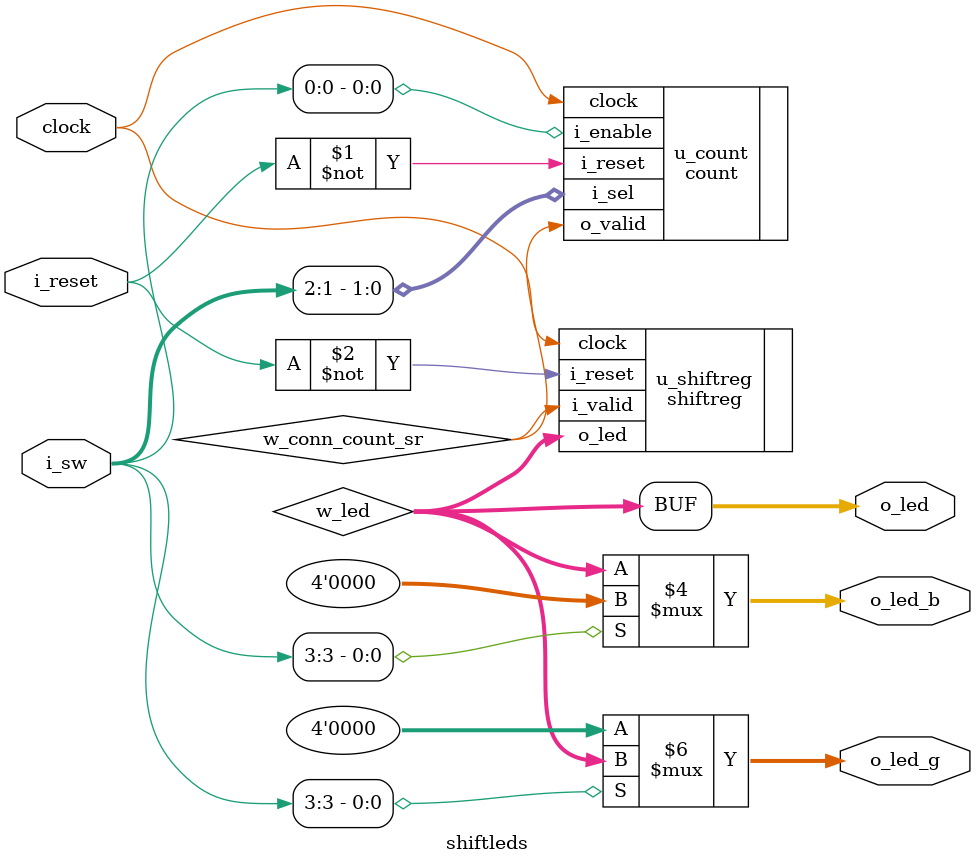
<source format=v>


// Definitions
`define NB_COUNT    32
`define NB_LEDS     4

module shiftleds 
#(
    parameter NB_COUNT = 32,            //! Number of bits of the counter
    parameter NB_LEDS = 4               //! Number of LEDs
)
(
    output  [NB_LEDS-1:0]   o_led,      //! LEDs
    output  [NB_LEDS-1:0]   o_led_b,    //! RGB LEDs color blue
    output  [NB_LEDS-1:0]   o_led_g,    //! RGB LEDs color green

    input   [3:0]           i_sw,       //! Switchs
    input                   i_reset,    //! Reset **active low**
    input                   clock       //! System clock
);

// var
wire                w_conn_count_sr;    //! Connection between counter and shift register
wire [NB_LEDS-1:0]  w_led;              //! Connection to LEDs

// Counter module instantiation
count 
    #(
        .NB_COUNT(NB_COUNT)
    )
    u_count (
        .o_valid(w_conn_count_sr),
        .i_enable(i_sw[0]),
        .i_sel(i_sw[2:1]),
        .i_reset(~i_reset),
        .clock(clock)
    );

// Shift register module instantiation
shiftreg
    #(
        .NB_LEDS(NB_LEDS)
    )
    u_shiftreg (
        .o_led(w_led),
        .i_valid(w_conn_count_sr),
        .i_reset(~i_reset),
        .clock(clock)
    );

//! Output to LEDs
assign o_led = w_led;
//! Output to RGB LEDs
assign o_led_b = (i_sw[3] == 1'b0) ? w_led : {NB_LEDS{1'b0}};
assign o_led_g = (i_sw[3] == 1'b0) ? {NB_LEDS{1'b0}} : w_led;  

endmodule
</source>
